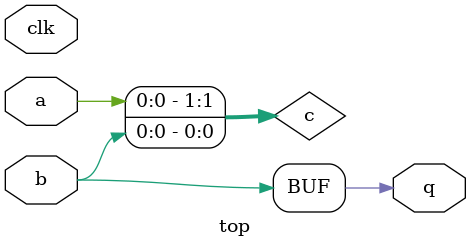
<source format=sv>
module top (
  input  clk,
  input  a,
  input  b,
  output q
);
  wire [1:0] c; // Многобитный сигнал(шина)

  assign c = {a, b}; // Конкатенация

  assign q = c[0]; // Обращение к биту
endmodule

</source>
